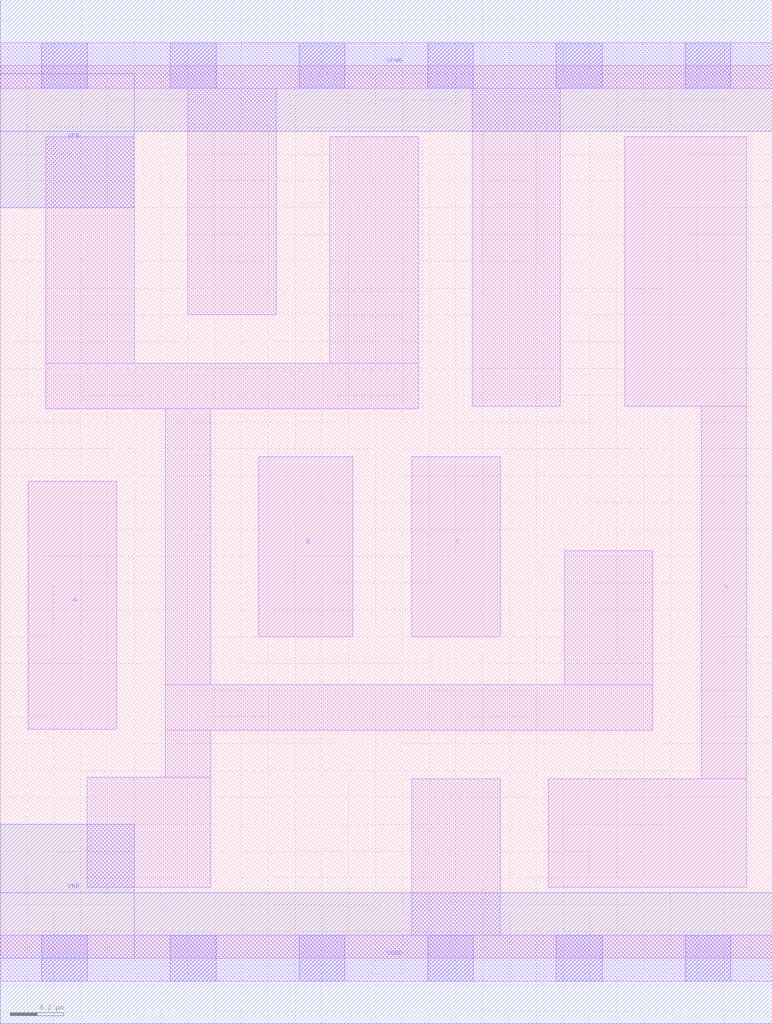
<source format=lef>
# Copyright 2020 The SkyWater PDK Authors
#
# Licensed under the Apache License, Version 2.0 (the "License");
# you may not use this file except in compliance with the License.
# You may obtain a copy of the License at
#
#     https://www.apache.org/licenses/LICENSE-2.0
#
# Unless required by applicable law or agreed to in writing, software
# distributed under the License is distributed on an "AS IS" BASIS,
# WITHOUT WARRANTIES OR CONDITIONS OF ANY KIND, either express or implied.
# See the License for the specific language governing permissions and
# limitations under the License.
#
# SPDX-License-Identifier: Apache-2.0

VERSION 5.5 ;
NAMESCASESENSITIVE ON ;
BUSBITCHARS "[]" ;
DIVIDERCHAR "/" ;
MACRO sky130_fd_sc_lp__and3_lp
  CLASS CORE ;
  SOURCE USER ;
  ORIGIN  0.000000  0.000000 ;
  SIZE  2.880000 BY  3.330000 ;
  SYMMETRY X Y R90 ;
  SITE unit ;
  PIN A
    ANTENNAGATEAREA  0.313000 ;
    DIRECTION INPUT ;
    USE SIGNAL ;
    PORT
      LAYER li1 ;
        RECT 0.105000 0.855000 0.435000 1.780000 ;
    END
  END A
  PIN B
    ANTENNAGATEAREA  0.313000 ;
    DIRECTION INPUT ;
    USE SIGNAL ;
    PORT
      LAYER li1 ;
        RECT 0.965000 1.200000 1.315000 1.870000 ;
    END
  END B
  PIN C
    ANTENNAGATEAREA  0.313000 ;
    DIRECTION INPUT ;
    USE SIGNAL ;
    PORT
      LAYER li1 ;
        RECT 1.535000 1.200000 1.865000 1.870000 ;
    END
  END C
  PIN X
    ANTENNADIFFAREA  0.404700 ;
    DIRECTION OUTPUT ;
    USE SIGNAL ;
    PORT
      LAYER li1 ;
        RECT 2.045000 0.265000 2.785000 0.670000 ;
        RECT 2.330000 2.060000 2.785000 3.065000 ;
        RECT 2.615000 0.670000 2.785000 2.060000 ;
    END
  END X
  PIN VGND
    DIRECTION INOUT ;
    USE GROUND ;
    PORT
      LAYER met1 ;
        RECT 0.000000 -0.245000 2.880000 0.245000 ;
    END
  END VGND
  PIN VNB
    DIRECTION INOUT ;
    USE GROUND ;
    PORT
      LAYER met1 ;
        RECT 0.000000 0.000000 0.500000 0.500000 ;
    END
  END VNB
  PIN VPB
    DIRECTION INOUT ;
    USE POWER ;
    PORT
      LAYER met1 ;
        RECT 0.000000 2.800000 0.500000 3.300000 ;
    END
  END VPB
  PIN VPWR
    DIRECTION INOUT ;
    USE POWER ;
    PORT
      LAYER met1 ;
        RECT 0.000000 3.085000 2.880000 3.575000 ;
    END
  END VPWR
  OBS
    LAYER li1 ;
      RECT 0.000000 -0.085000 2.880000 0.085000 ;
      RECT 0.000000  3.245000 2.880000 3.415000 ;
      RECT 0.170000  2.050000 1.560000 2.220000 ;
      RECT 0.170000  2.220000 0.500000 3.065000 ;
      RECT 0.325000  0.265000 0.785000 0.675000 ;
      RECT 0.615000  0.675000 0.785000 0.850000 ;
      RECT 0.615000  0.850000 2.435000 1.020000 ;
      RECT 0.615000  1.020000 0.785000 2.050000 ;
      RECT 0.700000  2.400000 1.030000 3.245000 ;
      RECT 1.230000  2.220000 1.560000 3.065000 ;
      RECT 1.535000  0.085000 1.865000 0.670000 ;
      RECT 1.760000  2.060000 2.090000 3.245000 ;
      RECT 2.105000  1.020000 2.435000 1.520000 ;
    LAYER mcon ;
      RECT 0.155000 -0.085000 0.325000 0.085000 ;
      RECT 0.155000  3.245000 0.325000 3.415000 ;
      RECT 0.635000 -0.085000 0.805000 0.085000 ;
      RECT 0.635000  3.245000 0.805000 3.415000 ;
      RECT 1.115000 -0.085000 1.285000 0.085000 ;
      RECT 1.115000  3.245000 1.285000 3.415000 ;
      RECT 1.595000 -0.085000 1.765000 0.085000 ;
      RECT 1.595000  3.245000 1.765000 3.415000 ;
      RECT 2.075000 -0.085000 2.245000 0.085000 ;
      RECT 2.075000  3.245000 2.245000 3.415000 ;
      RECT 2.555000 -0.085000 2.725000 0.085000 ;
      RECT 2.555000  3.245000 2.725000 3.415000 ;
  END
END sky130_fd_sc_lp__and3_lp
END LIBRARY

</source>
